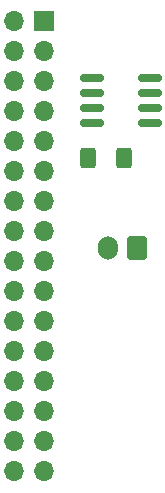
<source format=gbr>
%TF.GenerationSoftware,KiCad,Pcbnew,9.0.0*%
%TF.CreationDate,2025-03-22T02:35:01+02:00*%
%TF.ProjectId,EEE3088F Micromouse Design,45454533-3038-4384-9620-4d6963726f6d,rev?*%
%TF.SameCoordinates,Original*%
%TF.FileFunction,Soldermask,Top*%
%TF.FilePolarity,Negative*%
%FSLAX46Y46*%
G04 Gerber Fmt 4.6, Leading zero omitted, Abs format (unit mm)*
G04 Created by KiCad (PCBNEW 9.0.0) date 2025-03-22 02:35:01*
%MOMM*%
%LPD*%
G01*
G04 APERTURE LIST*
G04 Aperture macros list*
%AMRoundRect*
0 Rectangle with rounded corners*
0 $1 Rounding radius*
0 $2 $3 $4 $5 $6 $7 $8 $9 X,Y pos of 4 corners*
0 Add a 4 corners polygon primitive as box body*
4,1,4,$2,$3,$4,$5,$6,$7,$8,$9,$2,$3,0*
0 Add four circle primitives for the rounded corners*
1,1,$1+$1,$2,$3*
1,1,$1+$1,$4,$5*
1,1,$1+$1,$6,$7*
1,1,$1+$1,$8,$9*
0 Add four rect primitives between the rounded corners*
20,1,$1+$1,$2,$3,$4,$5,0*
20,1,$1+$1,$4,$5,$6,$7,0*
20,1,$1+$1,$6,$7,$8,$9,0*
20,1,$1+$1,$8,$9,$2,$3,0*%
G04 Aperture macros list end*
%ADD10RoundRect,0.250000X-0.400000X-0.625000X0.400000X-0.625000X0.400000X0.625000X-0.400000X0.625000X0*%
%ADD11R,1.700000X1.700000*%
%ADD12O,1.700000X1.700000*%
%ADD13RoundRect,0.150000X-0.825000X-0.150000X0.825000X-0.150000X0.825000X0.150000X-0.825000X0.150000X0*%
%ADD14RoundRect,0.250000X0.600000X0.750000X-0.600000X0.750000X-0.600000X-0.750000X0.600000X-0.750000X0*%
%ADD15O,1.700000X2.000000*%
G04 APERTURE END LIST*
D10*
%TO.C,R1*%
X107010000Y-86400000D03*
X110110000Y-86400000D03*
%TD*%
D11*
%TO.C,J1*%
X103300000Y-74780000D03*
D12*
X100760000Y-74780000D03*
X103300000Y-77320000D03*
X100760000Y-77320000D03*
X103300000Y-79860000D03*
X100760000Y-79860000D03*
X103300000Y-82400000D03*
X100760000Y-82400000D03*
X103300000Y-84940000D03*
X100760000Y-84940000D03*
X103300000Y-87480000D03*
X100760000Y-87480000D03*
X103300000Y-90020000D03*
X100760000Y-90020000D03*
X103300000Y-92560000D03*
X100760000Y-92560000D03*
X103300000Y-95100000D03*
X100760000Y-95100000D03*
X103300000Y-97640000D03*
X100760000Y-97640000D03*
X103300000Y-100180000D03*
X100760000Y-100180000D03*
X103300000Y-102720000D03*
X100760000Y-102720000D03*
X103300000Y-105260000D03*
X100760000Y-105260000D03*
X103300000Y-107800000D03*
X100760000Y-107800000D03*
X103300000Y-110340000D03*
X100760000Y-110340000D03*
X103300000Y-112880000D03*
X100760000Y-112880000D03*
%TD*%
D13*
%TO.C,U1*%
X107335000Y-79625000D03*
X107335000Y-80895000D03*
X107335000Y-82165000D03*
X107335000Y-83435000D03*
X112285000Y-83435000D03*
X112285000Y-82165000D03*
X112285000Y-80895000D03*
X112285000Y-79625000D03*
%TD*%
D14*
%TO.C,J2*%
X111210000Y-93980000D03*
D15*
X108710000Y-93980000D03*
%TD*%
M02*

</source>
